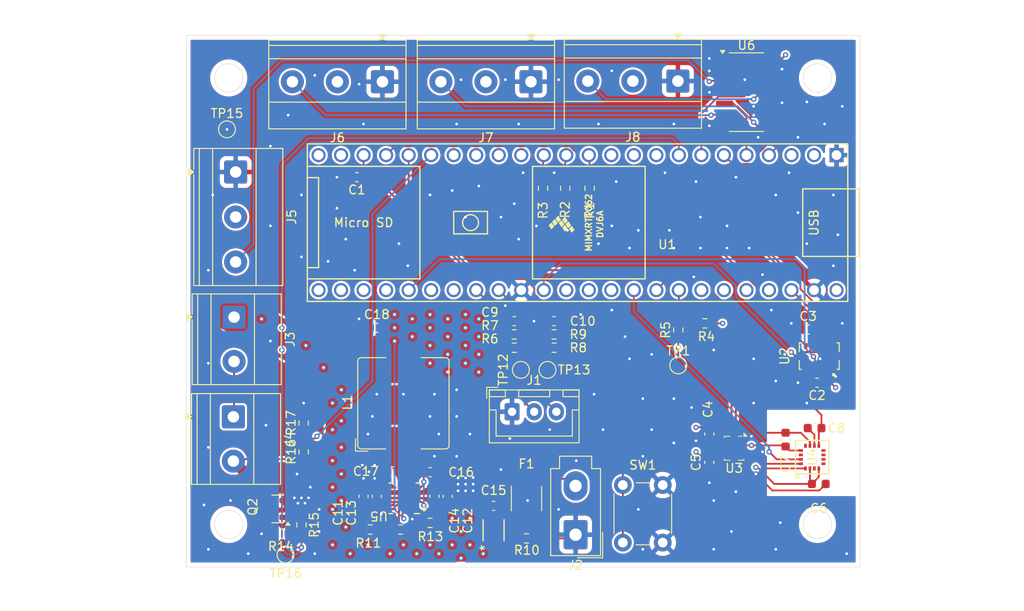
<source format=kicad_pcb>
(kicad_pcb (version 20241229) (generator "pcbnew") (generator_version "9.0")
  (layers (0 "F.Cu" signal) (4 "In1.Cu" signal) (6 "In2.Cu" signal) (2 "B.Cu" signal) (13 "F.Paste" user) (15 "B.Paste" user) (5 "F.SilkS" user "F.Silkscreen") (7 "B.SilkS" user "B.Silkscreen") (1 "F.Mask" user) (3 "B.Mask" user) (25 "Edge.Cuts" user))
  (net 0 "")
  (net 1 "GND")
  (net 2 "+3.3V")
  (net 3 "Net-(U4-CAP)")
  (net 4 "/PSU/BAT_CELL_0")
  (net 5 "/PSU/BAT_CELL_1")
  (net 6 "+BATT")
  (net 7 "Net-(U5-CFG1)")
  (net 8 "Net-(U5-BST)")
  (net 9 "+5V")
  (net 10 "Net-(J2-Pin_2)")
  (net 11 "Net-(J1-Pin_3)")
  (net 12 "Net-(J1-Pin_2)")
  (net 13 "Net-(J3-Pin_2)")
  (net 14 "Net-(J5-Pin_3)")
  (net 15 "Net-(J6-Pin_3)")
  (net 16 "Net-(J7-Pin_3)")
  (net 17 "/Barometer/SDA")
  (net 18 "/Barometer/SCL")
  (net 19 "Net-(U5-EN)")
  (net 20 "Net-(U5-PG)")
  (net 21 "/Pyro_and_servos/PYRO_0")
  (net 22 "/Pyro_and_servos/PYRO_0_CONT")
  (net 23 "/IMU/MISO")
  (net 24 "/IMU/MOSI")
  (net 25 "SPI_SCK")
  (net 26 "IMU_CS_GYR")
  (net 27 "/IMU/CS_ACC")
  (net 28 "/IMU/INT_ACC")
  (net 29 "/IMU/INT_GYR")
  (net 30 "/Magnetometer/INT")
  (net 31 "/Pyro_and_servos/SERVO_0_PWM")
  (net 32 "/Pyro_and_servos/SERVO_1_PWM")
  (net 33 "/Pyro_and_servos/SERVO_2_PWM")
  (net 34 "/Pyro_and_servos/SERVO_3_PWM")
  (net 41 "Net-(C15-Pad1)")
  (net 65 "Net-(Q2-G)")
  (net 68 "Net-(C17-Pad2)")
  (net 69 "Net-(J4-Pin_2)")
  (net 70 "Net-(J8-Pin_3)")
  (net 71 "Net-(Q1-Pad3)")
  (net 72 "Net-(U1-10_CS_MQSR)")
  (net 73 "Net-(U1-11_MOSI_CTX1)")
  (net 74 "Net-(U1-12_MISO_MQSL)")
  (net 76 "Net-(U1-30_CRX3)")
  (footprint "Resistor_SMD:R_0603_1608Metric" (layer "F.Cu") (at 142.5 77.75 180)
    (property "Reference" "R9")
    (property "Value" "33k")
  )
  (footprint "Resistor_SMD:R_0603_1608Metric" (layer "F.Cu") (at 141.25 61.25 90)
    (property "Reference" "R3")
    (property "Value" "33")
  )
  (footprint "Capacitor_SMD:C_0603_1608Metric" (layer "F.Cu") (at 128.5142 93.3)
    (property "Reference" "C16")
    (property "Value" "1u")
  )
  (footprint "Capacitor_SMD:C_0603_1608Metric" (layer "F.Cu") (at 129 96.025 90)
    (property "Reference" "C14")
    (property "Value" "1u")
  )
  (footprint "Fuse:Fuse_1812_4532Metric_Pad1.30x3.40mm_HandSolder" (layer "F.Cu") (at 139.3836 96.275 -90)
    (property "Reference" "F1")
    (property "Value" "Littelfuse 2920L400" (hide yes))
  )
  (footprint "TestPoint:TestPoint_Pad_D1.5mm" (layer "F.Cu") (at 105.6 54.6)
    (property "Reference" "TP15")
    (property "Value" "TP_GND")
  )
  (footprint "TestPoint:TestPoint_Pad_D1.5mm" (layer "F.Cu") (at 156.5 81.25)
    (property "Reference" "TP1")
    (property "Value" "TP_3.3V")
  )
  (footprint "Capacitor_SMD:C_0603_1608Metric" (layer "F.Cu") (at 121 96.025 90)
    (property "Reference" "C11")
    (property "Value" "22u")
  )
  (footprint "libraries:MMC5983MA_MEM" (layer "F.Cu") (at 171.6 91.6 90)
    (property "Reference" "U4")
    (property "Value" "MMC5983MA")
  )
  (footprint "Capacitor_SMD:C_0603_1608Metric" (layer "F.Cu") (at 171.15 77.2 180)
    (property "Reference" "C3")
    (property "Value" "100n")
  )
  (footprint "Capacitor_SMD:C_0603_1608Metric" (layer "F.Cu") (at 122.5 96.025 90)
    (property "Reference" "C13")
    (property "Value" "1u")
  )
  (footprint "TerminalBlock_Phoenix:TerminalBlock_Phoenix_MKDS-1,5-3-5.08_1x03_P5.08mm_Horizontal" (layer "F.Cu") (at 139.885 49.2275 180)
    (property "Reference" "J7")
    (property "Value" "Servo_2")
  )
  (footprint "Inductor_SMD:L_Bourns_SRP1038C_10.0x10.0mm" (layer "F.Cu") (at 125.5 85.525 90)
    (property "Reference" "L1")
    (property "Value" "300n (SRP1038A-R33M)")
  )
  (footprint "Resistor_SMD:R_0603_1608Metric" (layer "F.Cu") (at 114 99.25 -90)
    (property "Reference" "R15")
    (property "Value" "100")
  )
  (footprint "Capacitor_SMD:C_0603_1608Metric" (layer "F.Cu") (at 172.15 83.2 180)
    (property "Reference" "C2")
    (property "Value" "100n")
  )
  (footprint "TerminalBlock_Phoenix:TerminalBlock_Phoenix_MKDS-1,5-3-5.08_1x03_P5.08mm_Horizontal" (layer "F.Cu") (at 156.46 49.15 180)
    (property "Reference" "J8")
    (property "Value" "Servo_3")
  )
  (footprint "Resistor_SMD:R_0603_1608Metric" (layer "F.Cu") (at 139.3836 100.775)
    (property "Reference" "R10")
    (property "Value" "47k")
  )
  (footprint "Resistor_SMD:R_0603_1608Metric" (layer "F.Cu") (at 114.25 87.75 90)
    (property "Reference" "R17")
    (property "Value" "33k")
  )
  (footprint "libraries:PQFN50P450X300X100-16N" (layer "F.Cu") (at 172.4 80.2 180)
    (property "Reference" "U2")
    (property "Value" "BMI088")
  )
  (footprint "Resistor_SMD:R_0603_1608Metric" (layer "F.Cu") (at 146.5 61.25 90)
    (property "Reference" "R1")
    (property "Value" "33")
  )
  (footprint "Connector_Molex:Molex_Mini-Fit_Jr_5566-02A_2x01_P4.20mm_Vertical" (layer "F.Cu") (at 144.9196 100.3554 180)
    (property "Reference" "J2")
    (property "Value" "BAT")
  )
  (footprint "Resistor_SMD:R_0603_1608Metric" (layer "F.Cu") (at 138 77.75)
    (property "Reference" "R7")
    (property "Value" "25k")
  )
  (footprint "Resistor_SMD:R_0603_1608Metric" (layer "F.Cu") (at 159.5 76.5 180)
    (property "Reference" "R4")
    (property "Value" "2.7k")
  )
  (footprint "Capacitor_SMD:C_0603_1608Metric" (layer "F.Cu") (at 160 89 -90)
    (property "Reference" "C4")
    (property "Value" "100n")
  )
  (footprint "Resistor_SMD:R_0603_1608Metric" (layer "F.Cu") (at 143.75 61.25 90)
    (property "Reference" "R2")
    (property "Value" "33")
  )
  (footprint "libraries:VAN0019A-MFG" (layer "F.Cu") (at 125.6 96.249999 180)
    (property "Reference" "U5")
    (property "Value" "TPS548B23VANR")
  )
  (footprint "Capacitor_SMD:C_0603_1608Metric" (layer "F.Cu") (at 124.2642 93.2)
    (property "Reference" "C17")
    (property "Value" "100n")
  )
  (footprint "TerminalBlock_Phoenix:TerminalBlock_Phoenix_MKDS-1,5-2_1x02_P5.00mm_Horizontal" (layer "F.Cu") (at 106.4 75.8 -90)
    (property "Reference" "J3")
    (property "Value" "SW_ARM")
  )
  (footprint "Resistor_SMD:R_0603_1608Metric" (layer "F.Cu") (at 114.25 91 90)
    (property "Reference" "R16")
    (property "Value" "56k")
  )
  (footprint "Resistor_SMD:R_0603_1608Metric" (layer "F.Cu") (at 128.5 99.025)
    (property "Reference" "R13")
    (property "Value" "10k")
  )
  (footprint "Resistor_SMD:R_0603_1608Metric" (layer "F.Cu") (at 125.175 99.775)
    (property "Reference" "R12" (hide yes))
    (property "Value" "10k")
  )
  (footprint "Capacitor_SMD:C_0603_1608Metric" (layer "F.Cu") (at 160 92.2 -90)
    (property "Reference" "C5")
    (property "Value" "100n")
  )
  (footprint "Package_SO:SOIC-14_3.9x8.7mm_P1.27mm" (layer "F.Cu") (at 164.2 50.4)
    (property "Reference" "U6")
    (property "Value" "74AHCT125")
  )
  (footprint "Connector_JST:JST_XH_B3B-XH-A_1x03_P2.50mm_Vertical" (layer "F.Cu") (at 137.75 86.475)
    (property "Reference" "J1")
    (property "Value" "BAT Balancing leads")
  )
  (footprint "Capacitor_SMD:C_0603_1608Metric" (layer "F.Cu") (at 172.35 94.624999)
    (property "Reference" "C6")
    (property "Value" "100n")
  )
  (footprint "Capacitor_SMD:C_0603_1608Metric" (layer "F.Cu") (at 130.5 96.025 90)
    (property "Reference" "C12")
    (property "Value" "22u")
  )
  (footprint "Capacitor_SMD:C_0603_1608Metric" (layer "F.Cu") (at 135.6696 97.1054 180)
    (property "Reference" "C15")
    (property "Value" "100n")
  )
  (footprint "TerminalBlock_Phoenix:TerminalBlock_Phoenix_MKDS-1,5-3-5.08_1x03_P5.08mm_Horizontal" (layer "F.Cu") (at 106.5775 59.415 -90)
    (property "Reference" "J5")
    (property "Value" "Servo_0")
  )
  (footprint "Capacitor_SMD:C_0603_1608Metric" (layer "F.Cu") (at 138 76.25)
    (property "Reference" "C9")
    (property "Value" "100n")
  )
  (footprint "Capacitor_SMD:C_0603_1608Metric" (layer "F.Cu") (at 142.475 76.25 180)
    (property "Reference" "C10")
    (property "Value" "100n")
  )
  (footprint "Resistor_SMD:R_0603_1608Metric" (layer "F.Cu") (at 121.75 99.775)
    (property "Reference" "R11")
    (property "Value" "37.4k")
  )
  (footprint "TestPoint:TestPoint_Pad_D1.5mm" (layer "F.Cu") (at 112.2 102.6 90)
    (property "Reference" "TP16")
    (property "Value" "TP_PYRO_0")
  )
  (footprint "Resistor_SMD:R_0603_1608Metric" (layer "F.Cu") (at 156.5 77.25 90)
    (property "Reference" "R5")
    (property "Value" "2.7k")
  )
  (footprint "Capacitor_SMD:C_0603_1608Metric" (layer "F.Cu") (at 120.25 60 180)
    (property "Reference" "C1")
    (property "Value" "100n")
  )
  (footprint "TerminalBlock_Phoenix:TerminalBlock_Phoenix_MKDS-1,5-2_1x02_P5.00mm_Horizontal" (layer "F.Cu") (at 106.3225 87.05 -90)
    (property "Reference" "J4")
    (property "Value" "PYRO_0")
  )
  (footprint "libraries:TRANS_RF4C_ROM" (layer "F.Cu") (at 135.6696 99.8554 90)
    (property "Reference" "Q1" (hide yes))
    (property "Value" "RF4C050AP")
  )
  (footprint "libraries:Teensy41" (layer "F.Cu") (at 145.14 65.13 180)
    (property "Reference" "U1")
    (property "Value" "Teensy4.1")
  )
  (footprint "TestPoint:TestPoint_Pad_D1.5mm" (layer "F.Cu") (at 138.75 81.75 180)
    (property "Reference" "TP12")
    (property "Value" "TP_VBAT_0")
  )
  (footprint "TerminalBlock_Phoenix:TerminalBlock_Phoenix_MKDS-1,5-3-5.08_1x03_P5.08mm_Horizontal" (layer "F.Cu") (at 123.135 49.2275 180)
    (property "Reference" "J6")
    (property "Value" "Servo_1")
  )
  (footprint "TestPoint:TestPoint_Pad_D1.5mm" (layer "F.Cu") (at 141.75 81.75 180)
    (property "Reference" "TP13")
    (property "Value" "TP_VBAT_1")
  )
  (footprint "Resistor_SMD:R_0603_1608Metric" (layer "F.Cu") (at 111.675 100.25 180)
    (property "Reference" "R14")
    (property "Value" "100k")
  )
  (footprint "Resistor_SMD:R_0603_1608Metric" (layer "F.Cu") (at 142.5 79.25)
    (property "Reference" "R8")
    (property "Value" "56k")
  )
  (footprint "Capacitor_SMD:C_0603_1608Metric" (layer "F.Cu") (at 171.874999 88.325001 180)
    (property "Reference" "C8")
    (property "Value" "10u")
  )
  (footprint "Package_TO_SOT_SMD:SOT-23" (layer "F.Cu") (at 111.3125 97.45 180)
    (property "Reference" "Q2")
    (property "Value" "AO3400A")
  )
  (footprint "Capacitor_SMD:C_0603_1608Metric" (layer "F.Cu") (at 122.5 77 180)
    (property "Reference" "C18")
    (property "Value" "47u")
  )
  (footprint "Resistor_SMD:R_0603_1608Metric" (layer "F.Cu") (at 138 79.25 180)
    (property "Reference" "R6")
    (property "Value" "10k")
  )
  (footprint "Capacitor_SMD:C_0603_1608Metric" (layer "F.Cu") (at 168.6 89.624999 90)
    (property "Reference" "C7")
    (property "Value" "100n")
  )
  (footprint "Button_Switch_THT:SW_PUSH_6mm" (layer "F.Cu") (at 150.25 101.25 90)
    (property "Reference" "SW1")
    (property "Value" "~{SW_GUIDANCE_EN}")
  )
  (footprint "Package_LGA:Bosch_LGA-8_2x2.5mm_P0.65mm_ClockwisePinNumbering" (layer "F.Cu") (at 162.8 90.6 -90)
    (property "Reference" "U3")
    (property "Value" "BMP280")
  )
  (gr_circle (center 172.2 48.8) (end 172.2 47.2) (stroke (width 0.05)) (fill no) (layer "Edge.Cuts"))
  (gr_circle (center 105.8 99.2) (end 105.8 100.8) (stroke (width 0.05)) (fill no) (layer "Edge.Cuts"))
  (gr_circle (center 172.2 99.2) (end 173.8 99.2) (stroke (width 0.05)) (fill no) (layer "Edge.Cuts"))
  (gr_rect (start 101 44) (end 177 104) (stroke (width 0.05)) (fill no) (layer "Edge.Cuts"))
  (gr_circle (center 105.8 48.8) (end 104.2 48.8) (stroke (width 0.05)) (fill no) (layer "Edge.Cuts"))
  (segment (start 134.8946 97.1054) (end 134.8946 95.3554) (width 1.2) (layer "F.Cu") (net 1))
  (segment (start 171.375 83.2) (end 172.4 82.175) (width 0.2) (layer "F.Cu") (net 1))
  (segment (start 172.389 95.360999) (end 173.125 94.624999) (width 0.2) (layer "F.Cu") (net 1))
  (segment (start 126.4 97.05) (end 126.277999 97.05) (width 0.2) (layer "F.Cu") (net 1))
  (segment (start 126 97.05) (end 125.8 97.25) (width 0.2) (layer "F.Cu") (net 1))
  (segment (start 119.475 60) (end 118 60) (width 0.2) (layer "F.Cu") (net 1))
  (segment (start 126.5 98.6) (end 126 98.1) (width 0.2) (layer "F.Cu") (net 1))
  (segment (start 172.649999 86.850001) (end 172.649999 88.325001) (width 0.2) (layer "F.Cu") (net 1))
  (segment (start 112.25 96.5) (end 114.75 96.5) (width 1.2) (layer "F.Cu") (net 1))
  (segment (start 164.75 89.25) (end 165 89.25) (width 0.2) (layer "F.Cu") (net 1))
  (segment (start 171 85.5) (end 171.299998 85.5) (width 0.2) (layer "F.Cu") (net 1))
  (segment (start 160.01 46.59) (end 160 46.6) (width 0.2) (layer "F.Cu") (net 1))
  (segment (start 171.375 83.2) (end 170 83.2) (width 0.2) (layer "F.Cu") (net 1))
  (segment (start 140.2086 100.775) (end 144.5 100.775) (width 0.2) (layer "F.Cu") (net 1))
  (segment (start 170.325 88.849999) (end 168.6 88.849999) (width 0.2) (layer "F.Cu") (net 1))
  (segment (start 130.5 95.25) (end 129 95.25) (width 0.2) (layer "F.Cu") (net 1))
  (segment (start 165.400001 88.849999) (end 168.6 88.849999) (width 0.2) (layer "F.Cu") (net 1))
  (segment (start 171.299998 85.5) (end 172.649999 86.850001) (width 0.2) (layer "F.Cu") (net 1))
  (segment (start 138.825 76.3) (end 138.775 76.25) (width 0.2) (layer "F.Cu") (net 1))
  (segment (start 169.95 77.2) (end 169.25 76.5) (width 0.2) (layer "F.Cu") (net 1))
  (segment (start 171.35 89.874999) (end 170.325 88.849999) (width 0.2) (layer "F.Cu") (net 1))
  (segment (start 168.13 51.67) (end 168.2 51.6) (width 0.2) (layer "F.Cu") (net 1))
  (segment (start 141.675 77.75) (end 138.825 77.75) (width 0.2) (layer "F.Cu") (net 1))
  (segment (start 126.277999 97.05) (end 126.2 97.127999) (width 0.2) (layer "F.Cu") (net 1))
  (segment (start 160 50.45) (end 160.025 50.425) (width 0.2) (layer "F.Cu") (net 1))
  (segment (start 164.375 89.625) (end 164.75 89.25) (width 0.2) (layer "F.Cu") (net 1))
  (segment (start 170.375 77.2) (end 169.95 77.2) (width 0.2) (layer "F.Cu") (net 1))
  (segment (start 160 92.975) (end 160.6 92.975) (width 0.2) (layer "F.Cu") (net 1))
  (segment (start 126 97.650999) (end 126.001 97.649999) (width 0.2) (layer "F.Cu") (net 1))
  (segment (start 166.675 51.67) (end 168.13 51.67) (width 0.2) (layer "F.Cu") (net 1))
  (segment (start 172.4 82.175) (end 172.4 81.365) (width 0.2) (layer "F.Cu") (net 1))
  (segment (start 174.043 82.5) (end 174.25 82.5) (width 0.2) (layer "F.Cu") (net 1))
  (segment (start 171.4 81.365) (end 171.4 82) (width 0.2) (layer "F.Cu") (net 1))
  (segment (start 140.225 76.25) (end 141.7 76.25) (width 0.2) (layer "F.Cu") (net 1))
  (segment (start 161.725 54.21) (end 160.01 54.21) (width 0.2) (layer "F.Cu") (net 1))
  (segment (start 129.2892 94.9608) (end 129 95.25) (width 0.2) (layer "F.Cu") (net 1))
  (segment (start 114.25 86.925) (end 114.25 85.5) (width 0.2) (layer "F.Cu") (net 1))
  (segment (start 171.4 83.175) (end 171.375 83.2) (width 0.2) (layer "F.Cu") (net 1))
  (segment (start 160 89.775) (end 160.5 90.275) (width 0.2) (layer "F.Cu") (net 1))
  (segment (start 134.8946 95.3554) (end 134.9 95.35) (width 1.2) (layer "F.Cu") (net 1))
  (segment (start 138.825 77.75) (end 138.825 76.3) (width 0.2) (layer "F.Cu") (net 1))
  (segment (start 126 99.775) (end 126 99.1) (width 0.2) (layer "F.Cu") (net 1))
  (segment (start 126 99.1) (end 126.5 98.6) (width 0.2) (layer "F.Cu") (net 1))
  (segment (start 170.9 81.365) (end 170.9 81.5) (width 0.2) (layer "F.Cu") (net 1))
  (segment (start 129.2892 93.3) (end 129.2892 94.9608) (width 0.2) (layer "F.Cu") (net 1))
  (segment (start 126.4 97.05) (end 126 97.05) (width 0.2) (layer "F.Cu") (net 1))
  (segment (start 160.5 90.275) (end 162 90.275) (width 0.2) (layer "F.Cu") (net 1))
  (segment (start 171.35 90.325001) (end 171.35 89.874999) (width 0.2) (layer "F.Cu") (net 1))
  (segment (start 172.350001 88.624999) (end 172.649999 88.325001) (width 0.2) (layer "F.Cu") (net 1))
  (segment (start 173.4 81.857) (end 174.043 82.5) (width 0.2) (layer "F.Cu") (net 1))
  (segment (start 121.725 77) (end 121.5 77) (width 0.2) (layer "F.Cu") (net 1))
  (segment (start 158.5 89.75) (end 159.975 89.75) (width 0.2) (layer "F.Cu") (net 1))
  (segment (start 127 97.05) (end 126.4 97.05) (width 0.2) (layer "F.Cu") (net 1))
  (segment (start 170.9 81.5) (end 171.4 82) (width 0.2) (layer "F.Cu") (net 1))
  (segment (start 126 98.1) (end 126 97.650999) (width 0.2) (layer "F.Cu") (net 1))
  (segment (start 172.350001 90.325001) (end 172.350001 88.624999) (width 0.2) (layer "F.Cu") (net 1))
  (segment (start 167.110999 95.360999) (end 172.389 95.360999) (width 0.2) (layer "F.Cu") (net 1))
  (segment (start 161.725 50.4) (end 160.05 50.4) (width 0.2) (layer "F.Cu") (net 1))
  (segment (start 125.8 97.25) (end 125.8 97.649999) (width 0.2) (layer "F.Cu") (net 1))
  (segment (start 126.2 97.127999) (end 126.199999 97.649999) (width 0.2) (layer "F.Cu") (net 1))
  (segment (start 121 95.25) (end 122.5 95.25) (width 0.2) (layer "F.Cu") (net 1))
  (segment (start 160 54.2) (end 160.01 54.21) (width 0.2) (layer "F.Cu") (net 1))
  (segment (start 141.675 77.75) (end 141.675 76.275) (width 0.2) (layer "F.Cu") (net 1))
  (segment (start 125.8 97.649999) (end 126.199999 97.649999) (width 0.2) (layer "F.Cu") (net 1))
  (segment (start 159.975 89.75) (end 160 89.775) (width 0.2) (layer "F.Cu") (net 1))
  (segment (start 160.6 92.975) (end 162 91.575) (width 0.2) (layer "F.Cu") (net 1))
  (segment (start 160.025 50.425) (end 160.05 50.4) (width 0.2) (layer "F.Cu") (net 1))
  (segment (start 166.675 47.86) (end 168.14 47.86) (width 0.2) (layer "F.Cu") (net 1))
  (segment (start 173.4 81.365) (end 173.4 81.857) (width 0.2) (layer "F.Cu") (net 1))
  (segment (start 109.5 100.25) (end 110.85 100.25) (width 0.2) (layer "F.Cu") (net 1))
  (segment (start 138.775 76.25) (end 140.225 76.25) (width 0.2) (layer "F.Cu") (net 1))
  (segment (start 163.6 89.625) (end 164.375 89.625) (width 0.2) (layer "F.Cu") (net 1))
  (segment (start 121 76.5) (end 120.5 76) (width 0.2) (layer "F.Cu") (net 1))
  (segment (start 168.14 47.86) (end 168.2 47.8) (width 0.2) (layer "F.Cu") (net 1))
  (segment (start 141.675 76.275) (end 141.7 76.25) (width 0.2) (layer "F.Cu") (net 1))
  (segment (start 171.4 82) (end 171.4 83.175) (width 0.2) (layer "F.Cu") (net 1))
  (segment (start 165 89.25) (end 165.400001 88.849999) (width 0.2) (layer "F.Cu") (net 1))
  (segment (start 161.725 46.59) (end 160.01 46.59) (width 0.2) (layer "F.Cu") (net 1))
  (segment (start 165.25 93.5) (end 167.110999 95.360999) (width 0.2) (layer "F.Cu") (net 1))
  (segment (start 160 92.975) (end 160 94.5) (width 0.2) (layer "F.Cu") (net 1))
  (segment (start 121.5 77) (end 121 76.5) (width 0.2) (layer "F.Cu") (net 1))
  (via (at 134 61) (size 0.6) (drill 0.3) (layers "F.Cu" "B.Cu") (net 1))
  (via (at 110.5 78.5) (size 0.6) (drill 0.3) (layers "F.Cu" "B.Cu") (net 1))
  (via (at 122.25 94) (size 0.6) (drill 0.3) (layers "F.Cu" "B.Cu") (net 1))
  (via (at 140.5 65.5) (size 0.6) (drill 0.3) (layers "F.Cu" "B.Cu") (net 1))
  (via (at 163 60) (size 0.6) (drill 0.3) (layers "F.Cu" "B.Cu") (net 1))
  (via (at 174.25 82.5) (size 0.6) (drill 0.3) (layers "F.Cu" "B.Cu") (net 1))
  (via (at 175 52) (size 0.6) (drill 0.3) (layers "F.Cu" "B.Cu") (net 1))
  (via (at 145.5 75.5) (size 0.6) (drill 0.3) (layers "F.Cu" "B.Cu") (net 1))
  (via (at 149 75) (size 0.6) (drill 0.3) (layers "F.Cu" "B.Cu") (net 1))
  (via (at 160 94.5) (size 0.6) (drill 0.3) (layers "F.Cu" "B.Cu") (net 1))
  (via (at 133.3642 93.9) (size 0.6) (drill 0.3) (layers "F.Cu" "B.Cu") (net 1))
  (via (at 120 70.5) (size 0.6) (drill 0.3) (layers "F.Cu" "B.Cu") (net 1))
  (via (at 152.5 85) (size 0.6) (drill 0.3) (layers "F.Cu" "B.Cu") (net 1))
  (via (at 132.5142 94.65) (size 0.6) (drill 0.3) (layers "F.Cu" "B.Cu") (net 1))
  (via (at 125 67.5) (size 0.6) (drill 0.3) (layers "F.Cu" "B.Cu") (net 1))
  (via (at 171 67.5) (size 0.6) (drill 0.3) (layers "F.Cu" "B.Cu") (net 1))
  (via (at 131.5 87) (size 0.6) (drill 0.3) (layers "F.Cu" "B.Cu") (net 1))
  (via (at 165.5 55.5) (size 0.6) (drill 0.3) (layers "F.Cu" "B.Cu") (net 1))
  (via (at 117 69.5) (size 0.6) (drill 0.3) (layers "F.Cu" "B.Cu") (net 1))
  (via (at 131 61.5) (size 0.6) (drill 0.3) (layers "F.Cu" "B.Cu") (net 1))
  (via (at 156 68) (size 0.6) (drill 0.3) (layers "F.Cu" "B.Cu") (net 1))
  (via (at 170 55.5) (size 0.6) (drill 0.3) (layers "F.Cu" "B.Cu") (net 1))
  (via (at 151 68) (size 0.6) (drill 0.3) (layers "F.Cu" "B.Cu") (net 1))
  (via (at 113.5 93.5) (size 0.6) (drill 0.3) (layers "F.Cu" "B.Cu") (net 1))
  (via (at 160.5 96.5) (size 0.6) (drill 0.3) (layers "F.Cu" "B.Cu") (net 1))
  (via (at 139.5 96.5) (size 0.6) (drill 0.3) (layers "F.Cu" "B.Cu") (net 1))
  (via (at 156 54) (size 0.6) (drill 0.3) (layers "F.Cu" "B.Cu") (net 1))
  (via (at 164.5 68) (size 0.6) (drill 0.3) (layers "F.Cu" "B.Cu") (net 1))
  (via (at 159 68) (size 0.6) (drill 0.3) (layers "F.Cu" "B.Cu") (net 1))
  (via (at 110.5 56.5) (size 0.6) (drill 0.3) (layers "F.Cu" "B.Cu") (net 1))
  (via (at 160.5 79.5) (size 0.6) (drill 0.3) (layers "F.Cu" "B.Cu") (net 1))
  (via (at 129.5 89) (size 0.6) (drill 0.3) (layers "F.Cu" "B.Cu") (net 1))
  (via (at 122 87) (size 0.6) (drill 0.3) (layers "F.Cu" "B.Cu") (net 1))
  (via (at 139 59.5) (size 0.6) (drill 0.3) (layers "F.Cu" "B.Cu") (net 1))
  (via (at 158.5 60.5) (size 0.6) (drill 0.3) (layers "F.Cu" "B.Cu") (net 1))
  (via (at 133.3642 94.65) (size 0.6) (drill 0.3) (layers "F.Cu" "B.Cu") (net 1))
  (via (at 149 65.5) (size 0.6) (drill 0.3) (layers "F.Cu" "B.Cu") (net 1))
  (via (at 153.5 88.5) (size 0.6) (drill 0.3) (layers "F.Cu" "B.Cu") (net 1))
  (via (at 110.5 65.5) (size 0.6) (drill 0.3) (layers "F.Cu" "B.Cu") (net 1))
  (via (at 103.5 81) (size 0.6) (drill 0.3) (layers "F.Cu" "B.Cu") (net 1))
  (via (at 156 85) (size 0.6) (drill 0.3) (layers "F.Cu" "B.Cu") (net 1))
  (via (at 152.5 91.5) (size 0.6) (drill 0.3) (layers "F.Cu" "B.Cu") (net 1))
  (via (at 132.5142 93.95) (size 0.6) (drill 0.3) (layers "F.Cu" "B.Cu") (net 1))
  (via (at 171 85.5) (size 0.6) (drill 0.3) (layers "F.Cu" "B.Cu") (net 1))
  (via (at 138 63) (size 0.6) (drill 0.3) (layers "F.Cu" "B.Cu") (net 1))
  (via (at 108 102.5) (size 0.6) (drill 0.3) (layers "F.Cu" "B.Cu") (net 1))
  (via (at 125.5 84.5) (size 0.6) (drill 0.3) (layers "F.Cu" "B.Cu") (net 1))
  (via (at 151 80.5) (size 0.6) (drill 0.3) (layers "F.Cu" "B.Cu") (net 1))
  (via (at 159 64.5) (size 0.6) (drill 0.3) (layers "F.Cu" "B.Cu") (net 1))
  (via (at 174.5 66.5) (size 0.6) (drill 0.3) (layers "F.Cu" "B.Cu") (net 1))
  (via (at 116 97.5) (size 0.6) (drill 0.3) (layers "F.Cu" "B.Cu") (net 1))
  (via (at 126 70) (size 0.6) (drill 0.3) (layers "F.Cu" "B.Cu") (net 1))
  (via (at 131.5 54) (size 0.6) (drill 0.3) (layers "F.Cu" "B.Cu") (net 1))
  (via (at 129 91.5) (size 0.6) (drill 0.3) (layers "F.Cu" "B.Cu") (net 1))
  (via (at 174 70) (size 0.6) (drill 0.3) (layers "F.Cu" "B.Cu") (net 1))
  (via (at 121 94) (size 0.6) (drill 0.3) (layers "F.Cu" "B.Cu") (net 1))
  (via (at 118 60) (size 0.6) (drill 0.3) (layers "F.Cu" "B.Cu") (net 1))
  (via (at 120.8642 92.5) (size 0.6) (drill 0.3) (layers "F.Cu" "B.Cu") (net 1))
  (via (at 163 95.5) (size 0.6) (drill 0.3) (layers "F.Cu" "B.Cu") (net 1))
  (via (at 160.5 102) (size 0.6) (drill 0.3) (layers "F.Cu" "B.Cu") (net 1))
  (via (at 129 84.5) (size 0.6) (drill 0.3) (layers "F.Cu" "B.Cu") (net 1))
  (via (at 152 97.5) (size 0.6) (drill 0.3) (layers "F.Cu" "B.Cu") (net 1))
  (via (at 137.5 89.5) (size 0.6) (drill 0.3) (layers "F.Cu" "B.Cu") (net 1))
  (via (at 158.25 71.25) (size 0.6) (drill 0.3) (layers "F.Cu" "B.Cu") (net 1))
  (via (at 113.6 96.8) (size 0.6) (drill 0.3) (layers "F.Cu" "B.Cu") (net 1))
  (via (at 132.5 64.5) (size 0.6) (drill 0.3) (layers "F.Cu" "B.Cu") (net 1))
  (via (at 162 65.5) (size 0.6) (drill 0.3) (layers "F.Cu" "B.Cu") (net 1))
  (via (at 156 90) (size 0.6) (drill 0.3) (layers "F.Cu" "B.Cu") (net 1))
  (via (at 165 80.5) (size 0.6) (drill 0.3) (layers "F.Cu" "B.Cu") (net 1))
  (via (at 137 49) (size 0.6) (drill 0.3) (layers "F.Cu" "B.Cu") (net 1))
  (via (at 165 53) (size 0.6) (drill 0.3) (layers "F.Cu" "B.Cu") (net 1))
  (via (at 171 51.5) (size 0.6) (drill 0.3) (layers "F.Cu" "B.Cu") (net 1))
  (via (at 167 75) (size 0.6) (drill 0.3) (layers "F.Cu" "B.Cu") (net 1))
  (via (at 131.6642 94.65) (size 0.6) (drill 0.3) (layers "F.Cu" "B.Cu") (net 1))
  (via (at 168 99) (size 0.6) (drill 0.3) (layers "F.Cu" "B.Cu") (net 1))
  (via (at 158.5 89.75) (size 0.6) (drill 0.3) (layers "F.Cu" "B.Cu") (net 1))
  (via (at 168.2 51.6) (size 0.6) (drill 0.3) (layers "F.Cu" "B.Cu") (net 1))
  (via (at 123 98) (size 0.6) (drill 0.3) (layers "F.Cu" "B.Cu") (net 1))
  (via (at 128.5 62) (size 0.6) (drill 0.3) (layers "F.Cu" "B.Cu") (net 1))
  (via (at 168.2 47.8) (size 0.6) (drill 0.3) (layers "F.Cu" "B.Cu") (net 1))
  (via (at 165 85.5) (size 0.6) (drill 0.3) (layers "F.Cu" "B.Cu") (net 1))
  (via (at 170 83.2) (size 0.6) (drill 0.3) (layers "F.Cu" "B.Cu") (net 1))
  (via (at 132.5142 95.4) (size 0.6) (drill 0.3) (layers "F.Cu" "B.Cu") (net 1))
  (via (at 114.8 96.2) (size 0.6) (drill 0.3) (layers "F.Cu" "B.Cu") (net 1))
  (via (at 169.25 76.5) (size 0.6) (drill 0.3) (layers "F.Cu" "B.Cu") (net 1))
  (via (at 167.5 102) (size 0.6) (drill 0.3) (layers "F.Cu" "B.Cu") (net 1))
  (via (at 116 100) (size 0.6) (drill 0.3) (layers "F.Cu" "B.Cu") (net 1))
  (via (at 118 63.5) (size 0.6) (drill 0.3) (layers "F.Cu" "B.Cu") (net 1))
  (via (at 143 49) (size 0.6) (drill 0.3) (layers "F.Cu" "B.Cu") (net 1))
  (via (at 144 66) (size 0.6) (drill 0.3) (layers "F.Cu" "B.Cu") (net 1))
  (via (at 113.2 96.2) (size 0.6) (drill 0.3) (layers "F.Cu" "B.Cu") (net 1))
  (via (at 121.6142 93.25) (size 0.6) (drill 0.3) (layers "F.Cu" "B.Cu") (net 1))
  (via (at 114 62) (size 0.6) (drill 0.3) (layers "F.Cu" "B.Cu") (net 1))
  (via (at 114 96.2) (size 0.6) (drill 0.3) (layers "F.Cu" "B.Cu") (net 1))
  (via (at 158 86) (size 0.6) (drill 0.3) (layers "F.Cu" "B.Cu") (net 1))
  (via (at 137 74.5) (size 0.6) (drill 0.3) (layers "F.Cu" "B.Cu") (net 1))
  (via (at 143 97.5) (size 0.6) (drill 0.3) (layers "F.Cu" "B.Cu") (net 1))
  (via (at 155 59.5) (size 0.6) (drill 0.3) (layers "F.Cu" "B.Cu") (net 1))
  (via (at 153.5 80) (size 0.6) (drill 0.3) (layers "F.Cu" "B.Cu") (net 1))
  (via (at 164.75 89.25) (size 0.6) (drill 0.3) (layers "F.Cu" "B.Cu") (net 1))
  (via (at 114.25 85.5) (size 0.6) (drill 0.3) (layers "F.Cu" "B.Cu") (net 1))
  (via (at 164 49) (size 0.6) (drill 0.3) (layers "F.Cu" "B.Cu") (net 1))
  (via (at 115.5 48.5) (size 0.6) (drill 0.3) (layers "F.Cu" "B.Cu") (net 1))
  (via (at 167.5 83) (size 0.6) (drill 0.3) (layers "F.Cu" "B.Cu") (net 1))
  (via (at 147 84.5) (size 0.6) (drill 0.3) (layers "F.Cu" "B.Cu") (net 1))
  (via (at 128.5 87) (size 0.6) (drill 0.3) (layers "F.Cu" "B.Cu") (net 1))
  (via (at 103.5 102) (size 0.6) (drill 0.3) (layers "F.Cu" "B.Cu") (net 1))
  (via (at 147.5 67.5) (size 0.6) (drill 0.3) (layers "F.Cu" "B.Cu") (net 1))
  (via (at 155.5 66) (size 0.6) (drill 0.3) (layers "F.Cu" "B.Cu") (net 1))
  (via (at 160 48) (size 0.6) (drill 0.3) (layers "F.Cu" "B.Cu") (net 1))
  (via (at 175 76.5) (size 0.6) (drill 0.3) (layers "F.Cu" "B.Cu") (net 1))
  (via (at 115 95) (size 0.6) (drill 0.3) (layers "F.Cu" "B.Cu") (net 1))
  (via (at 160 46.6) (size 0.6) (drill 0.3) (layers "F.Cu" "B.Cu") (net 1))
  (via (at 103.5 90.5) (size 0.6) (drill 0.3) (layers "F.Cu" "B.Cu") (net 1))
  (via (at 120.5 49.5) (size 0.6) (drill 0.3) (layers "F.Cu" "B.Cu") (net 1))
  (via (at 149.5 60.5) (size 0.6) (drill 0.3) (layers "F.Cu" "B.Cu") (net 1))
  (via (at 142.5 59.5) (size 0.6) (drill 0.3) (layers "F.Cu" "B.Cu") (net 1))
  (via (at 136.5 64.5) (size 0.6) (drill 0.3) (layers "F.Cu" "B.Cu") (net 1))
  (via (at 142 88.5) (size 0.6) (drill 0.3) (layers "F.Cu" "B.Cu") (net 1))
  (via (at 169 59.5) (size 0.6) (drill 0.3) (layers "F.Cu" "B.Cu") (net 1))
  (via (at 165.25 93.5) (size 0.6) (drill 0.3) (layers "F.Cu" "B.Cu") (net 1))
  (via (at 138.5 54) (size 0.6) (drill 0.3) (layers "F.Cu" "B.Cu") (net 1))
  (via (at 103.5 70.5) (size 0.6) (drill 0.3) (layers "F.Cu" "B.Cu") (net 1))
  (via (at 110 88) (size 0.6) (drill 0.3) (layers "F.Cu" "B.Cu") (net 1))
  (via (at 122.25 92.5) (size 0.6) (drill 0.3) (layers "F.Cu" "B.Cu") (net 1))
  (via (at 119 67) (size 0.6) (drill 0.3) (layers "F.Cu" "B.Cu") (net 1))
  (via (at 105.6 54.6) (size 0.6) (drill 0.3) (layers "F.Cu" "B.Cu") (net 1))
  (via (at 131.6642 95.4) (size 0.6) (drill 0.3) (layers "F.Cu" "B.Cu") (net 1))
  (via (at 132 49) (size 0.6) (drill 0.3) (layers "F.Cu" "B.Cu") (net 1))
  (via (at 150.5 78) (size 0.6) (drill 0.3) (layers "F.Cu" "B.Cu") (net 1))
  (via (at 112.5 53) (size 0.6) (drill 0.3) (layers "F.Cu" "B.Cu") (net 1))
  (via (at 174 62) (size 0.6) (drill 0.3) (layers "F.Cu" "B.Cu") (net 1))
  (via (at 131.6642 93.95) (size 0.6) (drill 0.3) (layers "F.Cu" "B.Cu") (net 1))
  (via (at 145 92) (size 0.6) (drill 0.3) (layers "F.Cu" "B.Cu") (net 1))
  (via (at 106 96.5) (size 0.6) (drill 0.3) (layers "F.Cu" "B.Cu") (net 1))
  (via (at 136.5 93) (size 0.6) (drill 0.3) (layers "F.Cu" "B.Cu") (net 1))
  (via (at 138.5 67) (size 0.6) (drill 0.3) (layers "F.Cu" "B.Cu") (net 1))
  (via (at 126.5 98.6) (size 0.6) (drill 0.3) (layers "F.Cu" "B.Cu") (net 1))
  (via (at 104 62) (size 0.6) (drill 0.3) (layers "F.Cu" "B.Cu") (net 1))
  (via (at 152 66) (size 0.6) (drill 0.3) (layers "F.Cu" "B.Cu") (net 1))
  (via (at 148 88.5) (size 0.6) (drill 0.3) (layers "F.Cu" "B.Cu") (net 1))
  (via (at 162 68) (size 0.6) (drill 0.3) (layers "F.Cu" "B.Cu") (net 1))
  (via (at 109.5 100.25) (size 0.6) (drill 0.3) (layers "F.Cu" "B.Cu") (net 1))
  (via (at 165 52) (size 0.6) (drill 0.3) (layers "F.Cu" "B.Cu") (net 1))
  (via (at 121 54) (size 0.6) (drill 0.3) (layers "F.Cu" "B.Cu") (net 1))
  (via (at 152.5 102) (size 0.6) (drill 0.3) (layers "F.Cu" "B.Cu") (net 1))
  (via (at 160 54.2) (size 0.6) (drill 0.3) (layers "F.Cu" "B.Cu") (net 1))
  (via (at 133.3642 95.4) (size 0.6) (drill 0.3) (layers "F.Cu" "B.Cu") (net 1))
  (via (at 131.5 91.5) (size 0.6) (drill 0.3) (layers "F.Cu" "B.Cu") (net 1))
  (via (at 115.5 102.5) (size 0.6) (drill 0.3) (layers "F.Cu" "B.Cu") (net 1))
  (via (at 120.5 76) (size 0.6) (drill 0.3) (layers "F.Cu" "B.Cu") (net 1))
  (via (at 167.5 62) (size 0.6) (drill 0.3) (layers "F.Cu" "B.Cu") (net 1))
  (via (at 140.225 76.25) (size 0.6) (drill 0.3) (layers "F.Cu" "B.Cu") (net 1))
  (via (at 121.5 89) (size 0.6) (drill 0.3) (layers "F.Cu" "B.Cu") (net 1))
  (via (at 103 97) (size 0.6) (drill 0.3) (layers "F.Cu" "B.Cu") (net 1))
  (via (at 133 89) (size 0.6) (drill 0.3) (layers "F.Cu" "B.Cu") (net 1))
  (via (at 166 91) (size 0.6) (drill 0.3) (layers "F.Cu" "B.Cu") (net 1))
  (via (at 149 48) (size 0.6) (drill 0.3) (layers "F.Cu" "B.Cu") (net 1))
  (via (at 162.5 100) (size 0.6) (drill 0.3) (layers "F.Cu" "B.Cu") (net 1))
  (via (at 175.5 102.5) (size 0.6) (drill 0.3) (layers "F.Cu" "B.Cu") (net 1))
  (via (at 173 54) (size 0.6) (drill 0.3) (layers "F.Cu" "B.Cu") (net 1))
  (via (at 147.5 54) (size 0.6) (drill 0.3) (layers "F.Cu" "B.Cu") (net 1))
  (via (at 122.5 84.5) (size 0.6) (drill 0.3) (layers "F.Cu" "B.Cu") (net 1))
  (via (at 131.5 84) (size 0.6) (drill 0.3) (layers "F.Cu" "B.Cu") (net 1))
  (via (at 160.025 50.425) (size 0.6) (drill 0.3) (layers "F.Cu" "B.Cu") (net 1))
  (via (at 166 71) (size 0.6) (drill 0.3) (layers "F.Cu" "B.Cu") (net 1))
  (via (at 114.4 96.8) (size 0.6) (drill 0.3) (layers "F.Cu" "B.Cu") (net 1))
  (via (at 168.5 80) (size 0.6) (drill 0.3) (layers "F.Cu" "B.Cu") (net 1))
  (via (at 114 69) (size 0.6) (drill 0.3) (layers "F.Cu" "B.Cu") (net 1))
  (via (at 172.5 80.5) (size 0.6) (drill 0.3) (layers "F.Cu" "B.Cu") (net 1))
  (via (at 170 64) (size 0.6) (drill 0.3) (layers "F.Cu" "B.Cu") (net 1))
  (segment (start 171.575 94.624999) (end 171.35 94.399999) (width 0.2) (layer "F.Cu") (net 2))
  (segment (start 164.525 90.275) (end 164.5 90.25) (width 0.2) (layer "F.Cu") (net 2))
  (segment (start 160 91.425) (end 160.5 90.925) (width 0.2) (layer "F.Cu") (net 2))
  (segment (start 168.475001 90.275) (end 168.6 90.399999) (width 0.2) (layer "F.Cu") (net 2))
  (segment (start 160 88.225) (end 160.6 88.225) (width 0.2) (layer "F.Cu") (net 2))
  (segment (start 170.325001 90.849999) (end 169.05 90.849999) (width 0.2) (layer "F.Cu") (net 2))
  (segment (start 160.6 88.225) (end 162 89.625) (width 0.2) (layer "F.Cu") (net 2))
  (segment (start 156.5 78.075) (end 156.5 79.25) (width 0.2) (layer "F.Cu") (net 2))
  (segment (start 160 88.225) (end 158.525 88.225) (width 0.2) (layer "F.Cu") (net 2))
  (segment (start 167.324999 94.624999) (end 171.575 94.624999) (width 0.2) (layer "F.Cu") (net 2))
  (segment (start 171.925 77.2) (end 171.925 79.01) (width 0.2) (layer "F.Cu") (net 2))
  (segment (start 171.35 94.399999) (end 171.35 92.874999) (width 0.2) (layer "F.Cu") (net 2))
  (segment (start 172.9 81.365) (end 172.9 83.175) (width 0.2) (layer "F.Cu") (net 2))
  (segment (start 171.925 77.2) (end 171.925 75.405) (width 0.2) (layer "F.Cu") (net 2))
  (segment (start 160.325 76.5) (end 161.5 76.5) (width 0.2) (layer "F.Cu") (net 2))
  (segment (start 172.350001 93.849998) (end 172.350001 92.874999) (width 0.2) (layer "F.Cu") (net 2))
  (segment (start 163.6 90.275) (end 164.75 90.275) (width 0.2) (layer "F.Cu") (net 2))
  (segment (start 171.925 75.405) (end 169.27 72.75) (width 0.2) (layer "F.Cu") (net 2))
  (segment (start 164.75 90.275) (end 164.525 90.275) (width 0.2) (layer "F.Cu") (net 2))
  (segment (start 160.5 90.925) (end 162 90.925) (width 0.2) (layer "F.Cu") (net 2))
  (segment (start 156.5 79.25) (end 156.5 81.25) (width 0.2) (layer "F.Cu") (net 2))
  (segment (start 164.75 90.275) (end 168.475001 90.275) (width 0.2) (layer "F.Cu") (net 2))
  (segment (start 165.45 92.75) (end 167.324999 94.624999) (width 0.2) (layer "F.Cu") (net 2))
  (segment (start 158.925 91.425) (end 158.5 91) (width 0.2) (layer "F.Cu") (net 2))
  (segment (start 165.25 92.75) (end 165.45 92.75) (width 0.2) (layer "F.Cu") (net 2))
  (segment (start 158.525 88.225) (end 158.5 88.25) (width 0.2) (layer "F.Cu") (net 2))
  (segment (start 172.9 83.175) (end 172.925 83.2) (width 0.2) (layer "F.Cu") (net 2))
  (segment (start 160 91.425) (end 158.925 91.425) (width 0.2) (layer "F.Cu") (net 2))
  (segment (start 173.7 83.2) (end 174.25 83.75) (width 0.2) (layer "F.Cu") (net 2))
  (segment (start 172.925 83.2) (end 173.7 83.2) (width 0.2) (layer "F.Cu") (net 2))
  (segment (start 171.575 94.624999) (end 172.350001 93.849998) (width 0.2) (layer "F.Cu") (net 2))
  (segment (start 160.1 88.325) (end 160 88.225) (width 0.2) (layer "F.Cu") (net 2))
  (segment (start 169.05 90.849999) (end 168.6 90.399999) (width 0.2) (layer "F.Cu") (net 2))
  (segment (start 171.925 79.01) (end 171.9 79.035) (width 0.2) (layer "F.Cu") (net 2))
  (via (at 156.5 79.25) (size 0.6) (drill 0.3) (layers "F.Cu" "B.Cu") (net 2))
  (via (at 158.5 88.25) (size 0.6) (drill 0.3) (layers "F.Cu" "B.Cu") (net 2))
  (via (at 161.5 76.5) (size 0.6) (drill 0.3) (layers "F.Cu" "B.Cu") (net 2))
  (via (at 165.25 92.75) (size 0.6) (drill 0.3) (layers "F.Cu" "B.Cu") (net 2))
  (via (at 164.75 90.275) (size 0.6) (drill 0.3) (layers "F.Cu" "B.Cu") (net 2))
  (via (at 174.25 83.75) (size 0.6) (drill 0.3) (layers "F.Cu" "B.Cu") (net 2))
  (via (at 158.5 91) (size 0.6) (drill 0.3) (layers "F.Cu" "B.Cu") (net 2))
  (segment (start 171.85 89.075002) (end 171.85 90.325001) (width 0.2) (layer "F.Cu") (net 3))
  (segment (start 171.099999 88.325001) (end 171.85 89.075002) (width 0.2) (layer "F.Cu") (net 3))
  (segment (start 137.225 77.7) (end 137.175 77.75) (width 0.2) (layer "F.Cu") (net 4))
  (segment (start 137.225 76.25) (end 137.21 76.25) (width 0.2) (layer "F.Cu") (net 4))
  (segment (start 137.21 76.25) (end 133.71 72.75) (width 0.2) (layer "F.Cu") (net 4))
  (segment (start 137.225 76.25) (end 137.225 77.7) (width 0.2) (layer "F.Cu") (net 4))
  (segment (start 137.175 77.75) (end 137.175 79.25) (width 0.2) (layer "F.Cu") (net 4))
  (segment (start 143.25 77.575) (end 143.25 76.25) (width 0.2) (layer "F.Cu") (net 5))
  (segment (start 141.75 74.75) (end 138.25 74.75) (width 0.2) (layer "F.Cu") (net 5))
  (segment (start 143.325 77.65) (end 143.25 77.575) (width 0.2) (layer "F.Cu") (net 5))
  (segment (start 138.25 74.75) (end 136.25 72.75) (width 0.2) (layer "F.Cu") (net 5))
  (segment (start 143.325 77.75) (end 143.325 77.65) (width 0.2) (layer "F.Cu") (net 5))
  (segment (start 143.325 79.25) (end 143.325 77.75) (width 0.2) (layer "F.Cu") (net 5))
  (segment (start 143.25 76.25) (end 141.75 74.75) (width 0.2) (layer "F.Cu") (net 5))
  (segment (start 130.5 96.8) (end 129 96.8) (width 0.2) (layer "F.Cu") (net 6))
  (via (at 117.5 88.5) (size 0.6) (drill 0.3) (layers "F.Cu" "B.Cu") (net 6))
  (via (at 118.5 93.5) (size 0.6) (drill 0.3) (layers "F.Cu" "B.Cu") (net 6))
  (via (at 117.5 85.5) (size 0.6) (drill 0.3) (layers "F.Cu" "B.Cu") (net 6))
  (via (at 118.5 84) (size 0.6) (drill 0.3) (layers "F.Cu" "B.Cu") (net 6))
  (via (at 129.5 102.5) (size 0.6) (drill 0.3) (layers "F.Cu" "B.Cu") (net 6))
  (via (at 118.5 87.5) (size 0.6) (drill 0.3) (layers "F.Cu" "B.Cu") (net 6))
  (via (at 132 100) (size 0.6) (drill 0.3) (layers "F.Cu" "B.Cu") (net 6))
  (via (at 134.5 102.5) (size 0.6) (drill 0.3) (layers "F.Cu" "B.Cu") (net 6))
  (via (at 114.5 79) (size 0.6) (drill 0.3) (layers "F.Cu" "B.Cu") (net 6))
  (via (at 125.5 101.5) (size 0.6) (drill 0.3) (layers "F.Cu" "B.Cu") (net 6))
  (via (at 132 103) (size 0.6) (drill 0.3) (layers "F.Cu" "B.Cu") (net 6))
  (via (at 131 101.5) (size 0.6) (drill 0.3) (layers "F.Cu" "B.Cu") (net 6))
  (via (at 119 99.5) (size 0.6) (drill 0.3) (layers "F.Cu" "B.Cu") (net 6))
  (via (at 118.5 90.5) (size 0.6) (drill 0.3) (layers "F.Cu" "B.Cu") (net 6))
  (via (at 117.5 92) (size 0.6) (drill 0.3) (layers "F.Cu" "B.Cu") (net 6))
  (via (at 119.5 102.5) (size 0.6) (drill 0.3) (layers "F.Cu" "B.Cu") (net 6))
  (via (at 117.5 95) (size 0.6) (drill 0.3) (layers "F.Cu" "B.Cu") (net 6))
  (via (at 131 98.5) (size 0.6) (drill 0.3) (layers "F.Cu" "B.Cu") (net 6))
  (via (at 121.5 101.5) (size 0.6) (drill 0.3) (layers "F.Cu" "B.Cu") (net 6))
  (via (at 117.5 97.5) (size 0.6) (drill 0.3) (layers "F.Cu" "B.Cu") (net 6))
  (via (at 128.5 101.5) (size 0.6) (drill 0.3) (layers "F.Cu" "B.Cu") (net 6))
  (via (at 118.5 96.5) (size 0.6) (drill 0.3) (layers "F.Cu" "B.Cu") (net 6))
  (via (at 133 98.5) (size 0.6) (drill 0.3) (layers "F.Cu" "B.Cu") (net 6))
  (via (at 127 102.5) (size 0.6) (drill 0.3) (layers "F.Cu" "B.Cu") (net 6))
  (via (at 109.5 76) (size 0.6) (drill 0.3) (layers "F.Cu" "B.Cu") (net 6))
  (via (at 124 102.5) (size 0.6) (drill 0.3) (layers "F.Cu" "B.Cu") (net 6))
  (via (at 133 101.5) (size 0.6) (drill 0.3) (layers "F.Cu" "B.Cu") (net 6))
  (via (at 116.5 81.5) (size 0.6) (drill 0.3) (layers "F.Cu" "B.Cu") (net 6))
  (via (at 117.5 101.5) (size 0.6) (drill 0.3) (layers "F.Cu" "B.Cu") (net 6))
  (segment (start 125.075 96.699998) (end 124.3 97.474998) (width 0.2) (layer "F.Cu") (net 7))
  (segment (start 127.8 97.05) (end 127.8 97.15) (width 0.2) (layer "F.Cu") (net 7))
  (segment (start 127.8 97.05) (end 127.8 96.928001) (width 0.2) (layer "F.Cu") (net 7))
  (segment (start 127.8 94.675) (end 127.45 95.025) (width 0.2) (layer "F.Cu") (net 7))
  (segment (start 127.8 93.6) (end 127.725 93.525) (width 0.2) (layer "F.Cu") (net 7))
  (segment (start 127.8 94.4) (end 127.8 94.675) (width 0.2) (layer "F.Cu") (net 7))
  (segment (start 127.521997 96.649998) (end 127 96.649998) (width 0.2) (layer "F.Cu") (net 7))
  (segment (start 124.9 96.649998) (end 124.2 96.649998) (width 0.2) (layer "F.Cu") (net 7))
  (segment (start 125.075 96.649998) (end 124.9 96.649998) (width 0.2) (layer "F.Cu") (net 7))
  (segment (start 124.9 96.649998) (end 124.600002 96.649998) (width 0.2) (layer "F.Cu") (net 7))
  (segment (start 127.8 94.4) (end 127.8 93.6) (width 0.2) (layer "F.Cu") (net 7))
  (segment (start 125.075 96.649998) (end 125.075 96.699998) (width 0.2) (layer "F.Cu") (net 7))
  (segment (start 127.8 97.15) (end 129.325 98.675) (width 0.2) (layer "F.Cu") (net 7))
  (segment (start 127.8 96.928001) (end 127.521997 96.649998) (width 0.2) (layer "F.Cu") (net 7))
  (segment (start 127.45 95.025) (end 126.9 95.025) (width 0.2) (layer "F.Cu") (net 7))
  (segment (start 129.325 98.675) (end 129.325 99.025) (width 0.2) (layer "F.Cu") (net 7))
  (segment (start 127 96.649998) (end 125.075 96.649998) (width 0.2) (layer "F.Cu") (net 7))
  (segment (start 124.600002 96.649998) (end 124.2 97.05) (width 0.2) (layer "F.Cu") (net 7))
  (via (at 127.8 94.4) (size 0.6) (drill 0.3) (layers "F.Cu" "B.Cu") (net 7))
  (via (at 127.8 97.05) (size 0.6) (drill 0.3) (layers "F.Cu" "B.Cu") (net 7))
  (segment (start 127.8 97.05) (end 127.8 94.4) (width 0.2) (layer "B.Cu") (net 7))
  (segment (start 123.4892 94.038199) (end 124.3 94.848999) (width 0.2) (layer "F.Cu") (net 8))
  (segment (start 123.4892 93.2) (end 123.4892 94.038199) (width 0.2) (layer "F.Cu") (net 8))
  (segment (start 168.21 46.59) (end 168.6 46.2) (width 0.2) (layer "F.Cu") (net 9))
  (segment (start 125.55 98.45) (end 125.4 98.3) (width 0.2) (layer "F.Cu") (net 9))
  (segment (start 125.4 98.3) (end 125.4 97.649999) (width 0.2) (layer "F.Cu") (net 9))
  (segment (start 125.2 80.75) (end 125.5 81.05) (width 0.6) (layer "F.Cu") (net 9))
  (segment (start 166.675 46.59) (end 168.21 46.59) (width 0.2) (layer "F.Cu") (net 9))
  (segment (start 125.55 98.55) (end 125.55 98.45) (width 0.2) (layer "F.Cu") (net 9))
  (via (at 168.6 46.2) (size 0.6) (drill 0.3) (layers "F.Cu" "B.Cu") (net 9))
  (via (at 134 78) (size 0.6) (drill 0.3) (layers "F.Cu" "B.Cu") (net 9))
  (via (at 134 82) (size 0.6) (drill 0.3) (layers "F.Cu" "B.Cu") (net 9))
  (via (at 130.5 78) (size 0.6) (drill 0.3) (layers "F.Cu" "B.Cu") (net 9))
  (via (at 128.5 81) (size 0.6) (drill 0.3) (layers "F.Cu" "B.Cu") (net 9))
  (via (at 128.5 75.5) (size 0.6) (drill 0.3) (layers "F.Cu" "B.Cu") (net 9))
  (via (at 130.5 80) (size 0.6) (drill 0.3) (layers "F.Cu" "B.Cu") (net 9))
  (via (at 124.5 75.5) (size 0.6) (drill 0.3) (layers "F.Cu" "B.Cu") (net 9))
  (via (at 124.5 78.5) (size 0.6) (drill 0.3) (layers "F.Cu" "B.Cu") (net 9))
  (via (at 125.55 98.55) (size 0.6) (drill 0.3) (layers "F.Cu" "B.Cu") (net 9))
  (via (at 134 76) (size 0.6) (drill 0.3) (layers "F.Cu" "B.Cu") (net 9))
  (via (at 130.5 82) (size 0.6) (drill 0.3) (layers "F.Cu" "B.Cu") (net 9))
  (via (at 132.5 81) (size 0.6) (drill 0.3) (layers "F.Cu" "B.Cu") (net 9))
  (via (at 130.5 76) (size 0.6) (drill 0.3) (layers "F.Cu" "B.Cu") (net 9))
  (via (at 124.5 77) (size 0.6) (drill 0.3) (layers "F.Cu" "B.Cu") (net 9))
  (via (at 132.5 79) (size 0.6) (drill 0.3) (layers "F.Cu" "B.Cu") (net 9))
  (via (at 128.5 77) (size 0.6) (drill 0.3) (layers "F.Cu" "B.Cu") (net 9))
  (via (at 126.5 76) (size 0.6) (drill 0.3) (layers "F.Cu" "B.Cu") (net 9))
  (via (at 132.5 77) (size 0.6) (drill 0.3) (layers "F.Cu" "B.Cu") (net 9))
  (via (at 128.5 79) (size 0.6) (drill 0.3) (layers "F.Cu" "B.Cu") (net 9))
  (via (at 126.5 78) (size 0.6) (drill 0.3) (layers "F.Cu" "B.Cu") (net 9))
  (via (at 132.5 75.5) (size 0.6) (drill 0.3) (layers "F.Cu" "B.Cu") (net 9))
  (via (at 134 80) (size 0.6) (drill 0.3) (layers "F.Cu" "B.Cu") (net 9))
  (segment (start 125.55 98.55) (end 124.5 97.5) (width 0.2) (layer "B.Cu") (net 9))
  (segment (start 124.5 97.5) (end 124.5 78.5) (width 0.2) (layer "B.Cu") (net 9))
  (segment (start 139.3836 94.05) (end 144.1142 94.05) (width 0.2) (layer "F.Cu") (net 10))
  (segment (start 141.675 85.4) (end 142.75 86.475) (width 0.2) (layer "F.Cu") (net 11))
  (segment (start 141.675 79.25) (end 141.675 85.4) (width 0.2) (layer "F.Cu") (net 11))
  (segment (start 138.825 79.25) (end 138.825 85.05) (width 0.2) (layer "F.Cu") (net 12))
  (segment (start 138.825 85.05) (end 140.25 86.475) (width 0.2) (layer "F.Cu") (net 12))
  (segment (start 106.4 80.8) (end 106.4 86.9725) (width 0.2) (layer "F.Cu") (net 13))
  (segment (start 106.4 86.9725) (end 106.3225 87.05) (width 0.2) (layer "F.Cu") (net 13))
  (segment (start 160.07 49.13) (end 160 49.2) (width 0.2) (layer "F.Cu") (net 14))
  (segment (start 161.725 49.13) (end 160.07 49.13) (width 0.2) (layer "F.Cu") (net 14))
  (via (at 160 49.2) (size 0.6) (drill 0.3) (layers "F.Cu" "B.Cu") (net 14))
  (segment (start 157.6 46.8) (end 111.8 46.8) (width 0.2) (layer "B.Cu") (net 14))
  (segment (start 108.6 50) (end 108.6 67.5525) (width 0.2) (layer "B.Cu") (net 14))
  (segment (start 111.8 46.8) (end 108.6 50) (width 0.2) (layer "B.Cu") (net 14))
  (segment (start 108.6 67.5525) (end 106.5775 69.575) (width 0.2) (layer "B.Cu") (net 14))
  (segment (start 160 49.2) (end 157.6 46.8) (width 0.2) (layer "B.Cu") (net 14))
  (segment (start 160.2 53) (end 160.26 52.94) (width 0.2) (layer "F.Cu") (net 15))
  (segment (start 161.725 52.94) (end 160.26 52.94) (width 0.2) (layer "F.Cu") (net 15))
  (via (at 160.2 53) (size 0.6) (drill 0.3) (layers "F.Cu" "B.Cu") (net 15))
  (segment (start 116.7475 53) (end 112.975 49.2275) (width 0.2) (layer "B.Cu") (net 15))
  (segment (start 160.2 53) (end 116.7475 53) (width 0.2) (layer "B.Cu") (net 15))
  (segment (start 165.41 54.21) (end 165 53.8) (width 0.2) (layer "F.Cu") (net 16))
  (segment (start 166.675 54.21) (end 165.41 54.21) (width 0.2) (layer "F.Cu") (net 16))
  (via (at 165 53.8) (size 0.6) (drill 0.3) (layers "F.Cu" "B.Cu") (net 16))
  (segment (start 165 53.8) (end 163.2 52) (width 0.2) (layer "B.Cu") (net 16))
  (segment (start 163.2 52) (end 132.4975 52) (width 0.2) (layer "B.Cu") (net 16))
  (segment (start 132.4975 52) (end 129.725 49.2275) (width 0.2) (layer "B.Cu") (net 16))
  (segment (start 157.75 75.575) (end 158.675 76.5) (width 0.2) (layer "F.Cu") (net 17))
  (segment (start 156.75 71.25) (end 157.75 72.25) (width 0.2) (layer "F.Cu") (net 17))
  (segment (start 158.675 76.5) (end 163 80.825) (width 0.2) (layer "F.Cu") (net 17))
  (segment (start 163 80.825) (end 163 90.5) (width 0.2) (layer "F.Cu") (net 17))
  (segment (start 166.350001 92.350001) (end 164.925 90.925) (width 0.2) (layer "F.Cu") (net 17))
  (segment (start 163.425 90.925) (end 163.6 90.925) (width 0.2) (layer "F.Cu") (net 17))
  (segment (start 157.75 72.25) (end 157.75 75.575) (width 0.2) (layer "F.Cu") (net 17))
  (segment (start 164.925 90.925) (end 163.6 90.925) (width 0.2) (layer "F.Cu") (net 17))
  (segment (start 170.325001 92.350001) (end 166.350001 92.350001) (width 0.2) (layer "F.Cu") (net 17))
  (segment (start 155.53 71.25) (end 156.75 71.25) (width 0.2) (layer "F.Cu") (net 17))
  (segment (start 163 90.5) (end 163.425 90.925) (width 0.2) (layer "F.Cu") (net 17))
  (segment (start 154.03 72.75) (end 155.53 71.25) (width 0.2) (layer "F.Cu") (net 17))
  (segment (start 156.57 76.355) (end 156.5 76.425) (width 0.2) (layer "F.Cu") (net 18))
  (segment (start 170.849999 92.874999) (end 166.224999 92.874999) (width 0.2) (layer "F.Cu") (net 18))
  (segment (start 163.6 91.575) (end 162.836 91.575) (width 0.2) (layer "F.Cu") (net 18))
  (segment (start 164.925 91.575) (end 163.6 91.575) (width 0.2) (layer "F.Cu") (net 18))
  (segment (start 162.511 82.436) (end 162.511 91.25) (width 0.2) (layer "F.Cu") (net 18))
  (segment (start 162.836 91.575) (end 162.511 91.25) (width 0.2) (layer "F.Cu") (net 18))
  (segment (start 166.224999 92.874999) (end 164.925 91.575) (width 0.2) (layer "F.Cu") (net 18))
  (segment (start 156.5 76.425) (end 162.511 82.436) (width 0.2) (layer "F.Cu") (net 18))
  (segment (start 156.57 72.75) (end 156.57 76.355) (width 0.2) (layer "F.Cu") (net 18))
  (segment (start 123 99.775) (end 124.35 99.775) (width 0.2) (layer "F.Cu") (net 19))
  (segment (start 125.000001 97.649999) (end 125.000001 99.124999) (width 0.2) (layer "F.Cu") (net 19))
  (segment (start 125.000001 99.124999) (end 124.35 99.775) (width 0.2) (layer "F.Cu") (net 19))
  (segment (start 127.675 98.249998) (end 126.9 97.474998) (width 0.2) (layer "F.Cu") (net 20))
  (segment (start 127.675 99.025) (end 127.675 98.249998) (width 0.2) (layer "F.Cu") (net 20))
  (segment (start 112.2 102.6) (end 113 101.8) (width 0.2) (layer "F.Cu") (net 21))
  (segment (start 112.675 100.075) (end 112.5 100.25) (width 0.2) (layer "F.Cu") (net 21))
  (segment (start 114 100.075) (end 112.675 100.075) (width 0.2) (layer "F.Cu") (net 21))
  (segment (start 114 100.075) (end 114 101.8) (width 0.2) (layer "F.Cu") (net 21))
  (segment (start 113 101.8) (end 114 101.8) (width 0.2) (layer "F.Cu") (net 21))
  (via (at 114 101.8) (size 0.6) (drill 0.3) (layers "F.Cu" "B.Cu") (net 21))
  (via (at 111.8 79.5) (size 0.6) (drill 0.3) (layers "F.Cu" "B.Cu") (net 21))
  (via (at 111.8 79.5) (size 0.6) (drill 0.3) (layers "F.Cu" "B.Cu") (net 21))
  (via (at 111.8 77) (size 0.6) (drill 0.3) (layers "F.Cu" "B.Cu") (net 21))
  (segment (start 155.8 55.6) (end 156.57 56.37) (width 0.2) (layer "B.Cu") (net 21))
  (segment (start 112.4 102.6) (end 111.8 102) (width 0.2) (layer "B.Cu") (net 21))
  (segment (start 111.8 76.5) (end 111.8 58.6) (width 0.2) (layer "B.Cu") (net 21))
  (segment (start 113.4 102.6) (end 112.4 102.6) (width 0.2) (layer "B.Cu") (net 21))
  (segment (start 114 102) (end 113.4 102.6) (width 0.2) (layer "B.Cu") (net 21))
  (segment (start 114 101.8) (end 114 102) (width 0.2) (layer "B.Cu") (net 21))
  (segment (start 111.8 79.5) (end 111.8 77) (width 0.2) (layer "B.Cu") (net 21))
  (segment (start 156.57 56.37) (end 156.57 57.51) (width 0.2) (layer "B.Cu") (net 21))
  (segment (start 111.8 102) (end 111.8 79.5) (width 0.2) (layer "B.Cu") (net 21))
  (segment (start 114.8 55.6) (end 155.8 55.6) (width 0.2) (layer "B.Cu") (net 21))
  (segment (start 111.8 77) (end 111.8 76.5) (width 0.2) (layer "B.Cu") (net 21))
  (segment (start 111.8 58.6) (end 114.8 55.6) (width 0.2) (layer "B.Cu") (net 21))
  (segment (start 115.5 89.5) (end 115.75 89.25) (width 0.2) (layer "F.Cu") (net 22))
  (segment (start 114.25 89.5) (end 114.25 90.175) (width 0.2) (layer "F.Cu") (net 22))
  (segment (start 114.25 88.575) (end 114.25 89.5) (width 0.2) (layer "F.Cu") (net 22))
  (segment (start 114.25 89.5) (end 115.5 89.5) (width 0.2) (layer "F.Cu") (net 22))
  (via (at 115.75 89.25) (size 0.6) (drill 0.3) (layers "F.Cu" "B.Cu") (net 22))
  (segment (start 122.011 64.129) (end 128.63 57.51) (width 0.2) (layer "B.Cu") (net 22))
  (segment (start 115.75 89.25) (end 122.011 82.989) (width 0.2) (layer "B.Cu") (net 22))
  (segment (start 122.011 82.989) (end 122.011 64.129) (width 0.2) (layer "B.Cu") (net 22))
  (segment (start 173.68 79.75) (end 171.177 79.75) (width 0.2) (layer "F.Cu") (net 23))
  (segment (start 171.4 79.527) (end 171.4 79.035) (width 0.2) (layer "F.Cu") (net 23))
  (segment (start 173.9 79.035) (end 173.9 79.53) (width 0.2) (layer "F.Cu") (net 23))
  (segment (start 165.5 72.559519) (end 165.5 74.627) (width 0.2) (layer "F.Cu") (net 23))
  (segment (start 156.940481 64) (end 165.5 72.559519) (width 0.2) (layer "F.Cu") (net 23))
  (segment (start 170.623 79.75) (end 171.177 79.75) (width 0.2) (layer "F.Cu") (net 23))
  (segment (start 173.9 79.53) (end 173.68 79.75) (width 0.2) (layer "F.Cu") (net 23))
  (segment (start 171.177 79.75) (end 171.4 79.527) (width 0.2) (layer "F.Cu") (net 23))
  (segment (start 165.5 74.627) (end 170.623 79.75) (width 0.2) (layer "F.Cu") (net 23))
  (segment (start 141.25 62.075) (end 143.175 64) (width 0.2) (layer "F.Cu") (net 23))
  (segment (start 143.175 64) (end 156.940481 64) (width 0.2) (layer "F.Cu") (net 23))
  (segment (start 168 76.135) (end 168 70.25) (width 0.2) (layer "F.Cu") (net 24))
  (segment (start 145 63.25) (end 143.825 62.075) (width 0.2) (layer "F.Cu") (net 24))
  (segment (start 143.825 62.075) (end 143.75 62.075) (width 0.2) (layer "F.Cu") (net 24))
  (segment (start 161 63.25) (end 145 63.25) (width 0.2) (layer "F.Cu") (net 24))
  (segment (start 170.9 79.035) (end 168 76.135) (width 0.2) (layer "F.Cu") (net 24))
  (segment (start 168 70.25) (end 161 63.25) (width 0.2) (layer "F.Cu") (net 24))
  (segment (start 169.7 80.2) (end 169.25 79.75) (width 0.2) (layer "F.Cu") (net 25))
  (segment (start 170.485 80.2) (end 169.7 80.2) (width 0.2) (layer "F.Cu") (net 25))
  (via (at 169.25 79.75) (size 0.6) (drill 0.3) (layers "F.Cu" "B.Cu") (net 25))
  (segment (start 141.33 72.75) (end 141.33 71.67) (width 0.2) (layer "B.Cu") (net 25))
  (segment (start 141.33 71.67) (end 143.25 69.75) (width 0.2) (layer "B.Cu") (net 25))
  (segment (start 163 73.5) (end 163 72.25) (width 0.2) (layer "B.Cu") (net 25))
  (segment (start 160.5 69.75) (end 143.25 69.75) (width 0.2) (layer "B.Cu") (net 25))
  (segment (start 169.25 79.75) (end 163 73.5) (width 0.2) (layer "B.Cu") (net 25))
  (segment (start 163 72.25) (end 160.5 69.75) (width 0.2) (layer "B.Cu") (net 25))
  (segment (start 171.75 80.25) (end 171.9 80.4) (width 0.2) (layer "F.Cu") (net 26))
  (segment (start 171.9 80.4) (end 171.9 81.365) (width 0.2) (layer "F.Cu") (net 26))
  (via (at 171.75 80.25) (size 0.6) (drill 0.3) (layers "F.Cu" "B.Cu") (net 26))
  (segment (start 170.749 79.249) (end 171.75 80.25) (width 0.2) (layer "B.Cu") (net 26))
  (segment (start 129.59 69.25) (end 169.75 69.25) (width 0.2) (layer "B.Cu") (net 26))
  (segment (start 170.749 70.249) (end 170.749 79.249) (width 0.2) (layer "B.Cu") (net 26))
  (segment (start 169.75 69.25) (end 170 69.5) (width 0.2) (layer "B.Cu") (net 26))
  (segment (start 170 69.5) (end 170.749 70.249) (width 0.2) (layer "B.Cu") (net 26))
  (segment (start 126.09 72.75) (end 129.59 69.25) (width 0.2) (layer "B.Cu") (net 26))
  (segment (start 146.5 62.075) (end 163.275 62.075) (width 0.2) (layer "F.Cu") (net 27))
  (segment (start 173.4 78.4) (end 173.4 79.035) (width 0.2) (layer "F.Cu") (net 27))
  (segment (start 163.275 62.075) (end 173.25 72.05) (width 0.2) (layer "F.Cu") (net 27))
  (segment (start 173.25 72.05) (end 173.25 78.25) (width 0.2) (layer "F.Cu") (net 27))
  (segment (start 173.25 78.25) (end 173.4 78.4) (width 0.2) (layer "F.Cu") (net 27))
  (segment (start 133.25 70.5) (end 126.09 63.34) (width 0.2) (layer "F.Cu") (net 28))
  (segment (start 159.25 70.5) (end 133.25 70.5) (width 0.2) (layer "F.Cu") (net 28))
  (segment (start 169.75 84.5) (end 169.25 84) (width 0.2) (layer "F.Cu") (net 28))
  (segment (start 175 80.885) (end 175 84.25) (width 0.2) (layer "F.Cu") (net 28))
  (segment (start 169.25 84) (end 169.25 81.850481) (width 0.2) (layer "F.Cu") (net 28))
  (segment (start 175 84.25) (end 174.75 84.5) (width 0.2) (layer "F.Cu") (net 28))
  (segment (start 169.25 81.850481) (end 160.25 72.850481) (width 0.2) (layer "F.Cu") (net 28))
  (segment (start 160.25 72.850481) (end 160.25 71.5) (width 0.2) (layer "F.Cu") (net 28))
  (segment (start 174.315 80.2) (end 175 80.885) (width 0.2) (layer "F.Cu") (net 28))
  (segment (start 160.25 71.5) (end 159.25 70.5) (width 0.2) (layer "F.Cu") (net 28))
  (segment (start 174.75 84.5) (end 169.75 84.5) (width 0.2) (layer "F.Cu") (net 28))
  (segment (start 126.09 63.34) (end 126.09 57.51) (width 0.2) (layer "F.Cu") (net 28))
  (segment (start 172.699 78.051) (end 172.699 75.054628) (width 0.2) (layer "F.Cu") (net 29))
  (segment (start 145.25 57.474372) (end 144.284628 56.509) (width 0.2) (layer "F.Cu") (net 29))
  (segment (start 170.271 72.626628) (end 170.271 72.021) (width 0.2) (layer "F.Cu") (net 29))
  (segment (start 172.4 79.035) (end 172.4 78.35) (width 0.2) (layer "F.Cu") (net 29))
  (segment (start 145.846642 62.676) (end 145.25 62.079358) (width 0.2) (layer "F.Cu") (net 29))
  (segment (start 145.25 62.079358) (end 145.25 57.474372) (width 0.2) (layer "F.Cu") (net 29))
  (segment (start 144.284628 56.509) (end 124.551 56.509) (width 0.2) (layer "F.Cu") (net 29))
  (segment (start 170.271 72.021) (end 160.926 62.676) (width 0.2) (layer "F.Cu") (net 29))
  (segment (start 172.4 78.35) (end 172.699 78.051) (width 0.2) (layer "F.Cu") (net 29))
  (segment (start 124.551 56.509) (end 123.55 57.51) (width 0.2) (layer "F.Cu") (net 29))
  (segment (start 172.699 75.054628) (end 170.271 72.626628) (width 0.2) (layer "F.Cu") (net 29))
  (segment (start 160.926 62.676) (end 145.846642 62.676) (width 0.2) (layer "F.Cu") (net 29))
  (segment (start 167.6 91.85) (end 170.325001 91.85) (width 0.2) (layer "F.Cu") (net 30))
  (segment (start 166.75 91) (end 167.6 91.85) (width 0.2) (layer "F.Cu") (net 30))
  (via (at 166.75 91) (size 0.6) (drill 0.3) (layers "F.Cu" "B.Cu") (net 30))
  (segment (start 151.49 75.196626) (end 151.49 72.75) (width 0.2) (layer "B.Cu") (net 30))
  (segment (start 166.75 90.456626) (end 151.49 75.196626) (width 0.2) (layer "B.Cu") (net 30))
  (segment (start 166.75 91) (end 166.75 90.456626) (width 0.2) (layer "B.Cu") (net 30))
  (segment (start 168.8 47.4) (end 168.491 47.091) (width 0.2) (layer "F.Cu") (net 31))
  (segment (start 166.73 57.51) (end 168.8 55.44) (width 0.2) (layer "F.Cu") (net 31))
  (segment (start 162.494 47.091) (end 161.725 47.86) (width 0.2) (layer "F.Cu") (net 31))
  (segment (start 168.491 47.091) (end 162.494 47.091) (width 0.2) (layer "F.Cu") (net 31))
  (segment (start 168.8 55.44) (end 168.8 47.4) (width 0.2) (layer "F.Cu") (net 31))
  (segment (start 164.19 53.160001) (end 162.699999 51.67) (width 0.2) (layer "F.Cu") (net 32))
  (segment (start 162.699999 51.67) (end 161.725 51.67) (width 0.2) (layer "F.Cu") (net 32))
  (segment (start 164.19 57.51) (end 164.19 53.160001) (width 0.2) (layer "F.Cu") (net 32))
  (segment (start 162.651 58.511) (end 161.65 57.51) (width 0.2) (layer "F.Cu") (net 33))
  (segment (start 166.675 52.94) (end 167.94 52.94) (width 0.2) (layer "F.Cu") (net 33))
  (segment (start 165.4 58.2) (end 165.089 58.511) (width 0.2) (layer "F.Cu") (net 33))
  (segment (start 165.4 57.424372) (end 165.4 58.2) (width 0.2) (layer "F.Cu") (net 33))
  (segment (start 168.224372 54.6) (end 168.224372 53.224372) (width 0.2) (layer "F.Cu") (net 33))
  (segment (start 165.089 58.511) (end 162.651 58.511) (width 0.2) (layer "F.Cu") (net 33))
  (segment (start 168.224372 54.6) (end 165.4 57.424372) (width 0.2) (layer "F.Cu") (net 33))
  (segment (start 168.224372 53.224372) (end 167.94 52.94) (width 0.2) (layer "F.Cu") (net 33))
  (segment (start 159.11 57.51) (end 159.11 52.809454) (width 0.2) (layer "F.Cu") (net 34))
  (segment (start 165.700001 49.13) (end 166.675 49.13) (width 0.2) (layer "F.Cu") (net 34))
  (segment (start 161.018454 50.901) (end 163.929001 50.901) (width 0.2) (layer "F.Cu") (net 34))
  (segment (start 159.11 52.809454) (end 161.018454 50.901) (width 0.2) (layer "F.Cu") (net 34))
  (segment (start 163.929001 50.901) (end 165.700001 49.13) (width 0.2) (layer "F.Cu") (net 34))
  (segment (start 112.25 98.4) (end 113.975 98.4) (width 0.2) (layer "F.Cu") (net 65))
  (segment (start 113.975 98.4) (end 114 98.425) (width 0.2) (layer "F.Cu") (net 65))
  (segment (start 114.25 91.825) (end 106.5475 91.825) (width 0.2) (layer "F.Cu") (net 69))
  (segment (start 110.375 97.45) (end 110.375 96.1025) (width 1.2) (layer "F.Cu") (net 69))
  (segment (start 106.5475 91.825) (end 106.3225 92.05) (width 0.2) (layer "F.Cu") (net 69))
  (segment (start 110.375 96.1025) (end 106.3225 92.05) (width 1.2) (layer "F.Cu") (net 69))
  (segment (start 166.675 50.4) (end 165.8 50.4) (width 0.2) (layer "F.Cu") (net 70))
  (segment (start 165.8 50.4) (end 165 51.2) (width 0.2) (layer "F.Cu") (net 70))
  (via (at 165 51.2) (size 0.6) (drill 0.3) (layers "F.Cu" "B.Cu") (net 70))
  (segment (start 165 51.2) (end 148.35 51.2) (width 0.2) (layer "B.Cu") (net 70))
  (segment (start 148.35 51.2) (end 146.3 49.15) (width 0.2) (layer "B.Cu") (net 70))
  (segment (start 138.4368 100.8968) (end 138.5586 100.775) (width 0.2) (layer "F.Cu") (net 71))
  (segment (start 136.319599 100.8968) (end 138.4368 100.8968) (width 0.2) (layer "F.Cu") (net 71))
  (segment (start 146.5 60.425) (end 146.5 57.6) (width 0.2) (layer "F.Cu") (net 72))
  (segment (start 146.5 57.6) (end 146.41 57.51) (width 0.2) (layer "F.Cu") (net 72))
  (segment (start 143.75 57.63) (end 143.87 57.51) (width 0.2) (layer "F.Cu") (net 73))
  (segment (start 143.75 60.425) (end 143.75 57.63) (width 0.2) (layer "F.Cu") (net 73))
  (segment (start 141.25 57.59) (end 141.33 57.51) (width 0.2) (layer "F.Cu") (net 74))
  (segment (start 141.25 60.425) (end 141.25 57.59) (width 0.2) (layer "F.Cu") (net 74))
  (segment (start 150.25 94.75) (end 150.25 82.081458) (width 0.2) (layer "F.Cu") (net 76))
  (segment (start 121.01 57.51) (end 121.01 59.985) (width 0.2) (layer "F.Cu") (net 76))
  (segment (start 121.01 59.985) (end 121.025 60) (width 0.2) (layer "F.Cu") (net 76))
  (segment (start 142.668542 74.5) (end 142.25 74.5) (width 0.2) (layer "F.Cu") (net 76))
  (segment (start 150.25 82.081458) (end 142.668542 74.5) (width 0.2) (layer "F.Cu") (net 76))
  (segment (start 122.25 60) (end 121.025 60) (width 0.2) (layer "F.Cu") (net 76))
  (segment (start 140.269 72.519) (end 139.25 71.5) (width 0.2) (layer "F.Cu") (net 76))
  (segment (start 150.25 101.25) (end 150.25 94.75) (width 0.2) (layer "F.Cu") (net 76))
  (segment (start 140.269 73.189481) (end 140.269 72.519) (width 0.2) (layer "F.Cu") (net 76))
  (segment (start 139.25 71.5) (end 133.75 71.5) (width 0.2) (layer "F.Cu") (net 76))
  (segment (start 133.75 71.5) (end 122.25 60) (width 0.2) (layer "F.Cu") (net 76))
  (segment (start 142.179 74.429) (end 141.508519 74.429) (width 0.2) (layer "F.Cu") (net 76))
  (segment (start 141.508519 74.429) (end 140.269 73.189481) (width 0.2) (layer "F.Cu") (net 76))
  (segment (start 142.25 74.5) (end 142.179 74.429) (width 0.2) (layer "F.Cu") (net 76))
  (zone (net 1) (net_name "GND") (layer "F.Cu") (name "BUCK_GND_1") (priority 3) (connect_pads yes (clearance 0.2)) (min_thickness 0.2) (fill yes (thermal_gap 0.5) (thermal_bridge_width 0.5))
    (polygon (pts (xy 125.1142 95.85) (xy 120.2642 95.85) (xy 120.2642 91.95) (xy 122.6642 91.95) (xy 122.6642 94.25) (xy 123.035493 94.778707) (xy 123.5142 95.3) (xy 125.1142 95.35)))
  )
  (zone (net 9) (net_name "+5V") (layer "F.Cu") (name "BUCK_OUT") (priority 5) (connect_pads yes (clearance 0.2)) (min_thickness 0.2) (fill yes (thermal_gap 0.5) (thermal_bridge_width 0.5))
    (polygon (pts (xy 123.1142 83.236831) (xy 123.1142 74.536831) (xy 135.8642 74.536831) (xy 135.8642 83.236831)))
  )
  (zone (net 68) (net_name "Net-(C17-Pad2)") (layer "F.Cu") (name "BUCK_SW") (priority 2) (connect_pads yes (clearance 0.2)) (min_thickness 0.2) (fill yes (thermal_gap 0.5) (thermal_bridge_width 0.5))
    (polygon (pts (xy 125.4142 96.35) (xy 125.4142 95.15) (xy 125.0142 95.15) (xy 125.0142 94.5) (xy 123.7642 91.75) (xy 123.7642 88.2) (xy 127.2642 88.2) (xy 127.2642 91.75) (xy 126.2142 94.5) (xy 126.2142 95.15) (xy 125.8142 95.15) (xy 125.8142 96.35)))
  )
  (zone (net 41) (net_name "Net-(C15-Pad1)") (layer "F.Cu") (name "+5V_LAYER") (priority 9) (connect_pads yes (clearance 0.2)) (min_thickness 0.25) (fill yes (thermal_gap 0.5) (thermal_bridge_width 0.5))
    (polygon (pts (xy 136.2 98.3) (xy 136.15 100.4) (xy 136.6 100.4) (xy 137.7 99.3) (xy 141.2 99.3) (xy 141.2 97.7) (xy 137.65 97.7) (xy 136.95 96.55) (xy 135.9 96.55) (xy 135.9 97.95)))
  )
  (zone (net 6) (net_name "+BATT") (layer "F.Cu") (name "+BATT") (priority 1) (connect_pads yes (clearance 0.2)) (min_thickness 0.2) (fill yes (thermal_gap 0.5) (thermal_bridge_width 0.5))
    (polygon (pts (xy 135.9642 98.3) (xy 133.9142 98.3) (xy 133.9142 96.15) (xy 126.0642 96.1) (xy 126.0642 96.35) (xy 127.5142 96.35) (xy 128.3142 96.95) (xy 128.5642 97.25) (xy 130.1142 97.25) (xy 130.1142 100.8) (xy 121.8142 100.8) (xy 121.8142 97.35) (xy 122.9142 97.35) (xy 123.1642 97) (xy 123.9142 96.35) (xy 125.1142 96.35) (xy 125.1142 96.1) (xy 119.5 96.1) (xy 119.5 80) (xy 108.5 74) (xy 104.1642 74) (xy 104.1642 76.689284) (xy 116.75 82.989284) (xy 116.75 103.4) (xy 135.9642 103.4)))
  )
  (zone (net 1) (net_name "GND") (layer "F.Cu") (name "BUCK_GND_0") (priority 4) (connect_pads yes (clearance 0.2)) (min_thickness 0.2) (fill yes (thermal_gap 0.5) (thermal_bridge_width 0.5))
    (polygon (pts (xy 126.0642 95.35) (xy 127.5142 95.35) (xy 131.0142 93.425) (xy 135.6142 93.385345) (xy 135.6142 95.85) (xy 126.0642 95.85)))
  )
  (zone (net 1) (net_name "GND") (layers "F.Cu" "B.Cu" "In1.Cu") (name "GND_LAYER") (connect_pads (clearance 0.25)) (min_thickness 0.25) (fill yes (thermal_gap 0.5) (thermal_bridge_width 0.5))
    (polygon (pts (xy 80 40) (xy 195.5 40) (xy 195.5 109) (xy 80 109)))
  )
  (zone (net 0) (net_name "") (layers "F.Cu" "B.Cu" "In1.Cu" "In2.Cu") (name "NO_POUR") (connect_pads (clearance 0)) (min_thickness 0.25)
    (keepout (tracks allowed) (vias allowed) (pads allowed) (copperpour not_allowed) (footprints allowed))
    (fill (thermal_gap 0.5) (thermal_bridge_width 0.5))
    (polygon (pts (xy 166.5 86.25) (xy 177.75 86.25) (xy 177.75 96) (xy 166.5 96)))
  )
)
</source>
